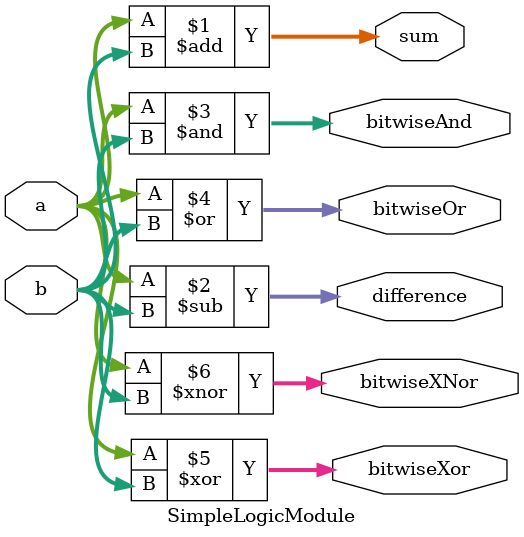
<source format=v>
`timescale 1ns / 1ps


module SimpleLogicModule (
    input [31:0] a,
    input [31:0] b,
    output [31:0] sum,
    output [31:0] difference,
    output [31:0] bitwiseAnd,
    output [31:0] bitwiseOr,
    output [31:0] bitwiseXor,
    output [31:0] bitwiseXNor
    );
    assign sum = a+b;
    assign difference = a-b;
    assign bitwiseAnd = a & b;
    assign bitwiseOr  = a | b; 
    assign bitwiseXor  = a ^  b; 
    assign bitwiseXNor = a ~^ b; 
endmodule

</source>
